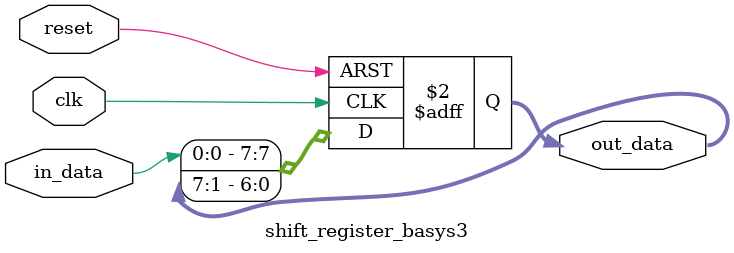
<source format=sv>
`timescale 1ns / 1ps


module top_uart9_basys3 (
    input logic clk,  // 100MHz
    input logic fclk,
    input logic reset,
    input  logic [8:0] data_detect,      // Basys3 슬라이드 스위치 9개 사용
    input logic btnU,  // 중앙 버튼: 송신 트리거
    input logic sw_chase,
    output logic uart_tx
);

    logic btn_rise;

    logic busy;
    uart9_tx_basys3 #(
        .CLK_HZ(100_000_000),
        .BAUD  (115200)
    ) UTX (
        .clk,
        .reset,
        .start(btn_rise),
        .data9(data_detect),
        .sw_chase(sw_chase),
        .tx(uart_tx),
        .busy
    );

    button_detector_basys3 #(
        .DIV(2)
    ) U_BTN_Detector (
        .fclk(fclk),
        .reset(reset),
        .in_button(~btnU),
        .rising_edge(btn_rise)
    );
endmodule

//tx
module uart9_tx_basys3 #(
    parameter int CLK_HZ = 100_000_000,
    parameter int BAUD   = 115200
) (
    input  logic       clk,
    reset,
    input  logic       start,     // 1클록 펄스
    input  logic [8:0] data9,
    input  logic       sw_chase,
    output logic       tx,        // idle=1
    output logic       busy
);
    localparam int DIV = CLK_HZ / BAUD;  // 100e6/115200 ≈ 868
    logic [$clog2(DIV)-1:0] baud_cnt;
    logic [3:0] bit_idx;
    logic [10:0] shifter;  // {stop(1), 9 data, start(0)}

    logic [$clog2(50_000_000-1):0] counter;
    logic active;

    always_ff @(posedge clk or posedge reset) begin
        if (reset) begin
            counter <= 0;
            active <= 0;
        end else if (sw_chase) begin
            if (counter == 50_000_000 - 1) begin
                counter <= 0;
                active <= 1;
            end else begin
                counter <= counter + 1;
                active <= 0;
            end
        end
    end

    always_ff @(posedge clk or posedge reset) begin
        if (reset) begin
            tx <= 1'b1;
            busy <= 1'b0;
            baud_cnt <= '0;
            bit_idx <= '0;
        end else begin
            if (!busy) begin
                if (!sw_chase) begin
                    if (start) begin
                        shifter <= {
                            1'b1, data9, 1'b0
                        };  // stop, data[8:0], start
                        busy <= 1'b1;
                        baud_cnt <= '0;
                        bit_idx <= 0;
                        tx <= 1'b0;  // start bit
                    end
                end else if (sw_chase) begin
                    if (active) begin
                        shifter <= {
                            1'b1, data9, 1'b0
                        };  // stop, data[8:0], start
                        busy <= 1'b1;
                        baud_cnt <= '0;
                        bit_idx <= 0;
                        tx <= 1'b0;  // start bit
                    end
                end
            end else begin
                if (baud_cnt == DIV - 1) begin
                    baud_cnt <= '0;
                    bit_idx  <= bit_idx + 1;
                    tx       <= shifter[bit_idx+1];
                    if (bit_idx == 10) begin
                        busy <= 1'b0;
                        tx   <= 1'b1;  // idle
                    end
                end else baud_cnt <= baud_cnt + 1;
            end
        end
    end
endmodule

module button_detector_basys3 #(
    parameter int DIV = 2    // 샘플 간격: 매 DIV개의 fclk마다 1틱 샘플(1이면 매 프레임)
) (
    input  logic fclk,        // ← 여기로 fclk 연결
    input  logic reset,
    input  logic in_button,
    output logic rising_edge
);
    // 분주 → 1틱 샘플 펄스
    logic       sample_pulse;
    logic [7:0] div_counter;  // DIV가 작으니 8비트면 충분

    always_ff @(posedge fclk or posedge reset) begin
        if (reset) begin
            div_counter  <= '0;
            sample_pulse <= 1'b0;
        end else begin
            if (div_counter == DIV - 1) begin
                div_counter  <= '0;
                sample_pulse <= 1'b1;
            end else begin
                div_counter  <= div_counter + 1;
                sample_pulse <= 1'b0;
            end
        end
    end

    // 8탭 쉬프트(디바운스용) — 기존 모듈 그대로 사용
    logic [7:0] sh_reg;
    shift_register_basys3 U_Shift_Register (
        .clk     (sample_pulse), // 1틱 펄스를 클럭으로 사용(원래 구조 유지)
        .reset(reset),
        .in_data(in_button),
        .out_data(sh_reg)
    );

    // 8샘플 모두 1일 때 눌림 확정
    wire debounce = &sh_reg;

    // 에지 검출은 fclk 도메인에서 1틱 펄스
    logic [1:0] edge_reg;
    always_ff @(posedge fclk or posedge reset) begin
        if (reset) edge_reg <= '0;
        else begin
            edge_reg[0] <= debounce;
            edge_reg[1] <= edge_reg[0];
        end
    end

    assign rising_edge = edge_reg[0] & ~edge_reg[1];

endmodule




module shift_register_basys3 (
    input  logic       clk,
    input  logic       reset,
    input  logic       in_data,
    output logic [7:0] out_data
);
    always_ff @(posedge clk, posedge reset) begin
        if (reset) begin
            out_data <= 0;
        end else begin
            out_data <= {in_data, out_data[7:1]};  // right shift
            //out_data <= {out_data[6:0], in_data}; // left shift
        end
    end
endmodule

</source>
